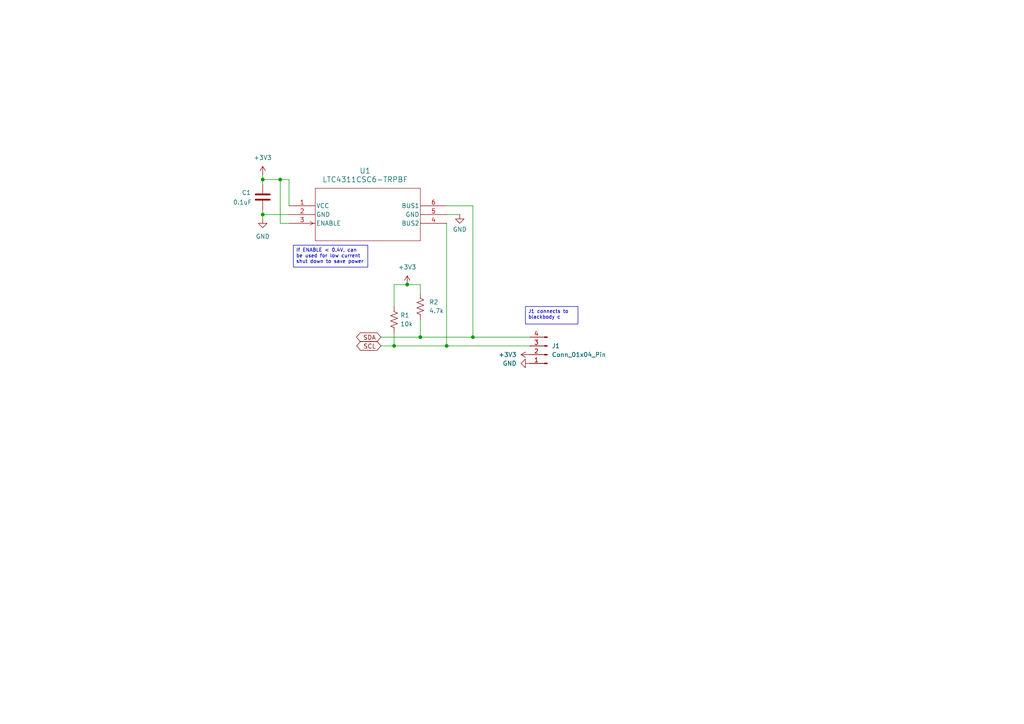
<source format=kicad_sch>
(kicad_sch (version 20231120) (generator "eeschema") (generator_version "8.0")
  (paper "A4")
  (lib_symbols
    (symbol "Connector:Conn_01x04_Pin" (pin_names (offset 1.016) hide)
      (property "Reference" "J" (at 0 5.08 0))
      (property "Value" "Conn_01x04_Pin" (at 0 -7.62 0))
      (symbol "Conn_01x04_Pin_1_1"
        (polyline (pts (xy 1.27 -5.08) (xy 0.8636 -5.08)) (stroke (width 0.1524)))
        (polyline (pts (xy 1.27 -2.54) (xy 0.8636 -2.54)) (stroke (width 0.1524)))
        (polyline (pts (xy 1.27 0) (xy 0.8636 0)) (stroke (width 0.1524)))
        (polyline (pts (xy 1.27 2.54) (xy 0.8636 2.54)) (stroke (width 0.1524)))
        (rectangle (start 0.8636 -4.953) (end 0 -5.207) (stroke (width 0.1524)) (fill (type outline)))
        (rectangle (start 0.8636 -2.413) (end 0 -2.667) (stroke (width 0.1524)) (fill (type outline)))
        (rectangle (start 0.8636 0.127) (end 0 -0.127) (stroke (width 0.1524)) (fill (type outline)))
        (rectangle (start 0.8636 2.667) (end 0 2.413) (stroke (width 0.1524)) (fill (type outline)))
        (pin passive line (at 5.08 2.54 180) (length 3.81) (name "Pin_1") (number "1"))
        (pin passive line (at 5.08 0 180) (length 3.81) (name "Pin_2") (number "2"))
        (pin passive line (at 5.08 -2.54 180) (length 3.81) (name "Pin_3") (number "3"))
        (pin passive line (at 5.08 -5.08 180) (length 3.81) (name "Pin_4") (number "4"))
      )
    )
    (symbol "Device:C" (pin_numbers hide) (pin_names (offset 0.254))
      (property "Reference" "C" (at 0.635 2.54 0))
      (property "Value" "C" (at 0.635 -2.54 0))
      (symbol "C_0_1"
        (polyline (pts (xy -2.032 -0.762) (xy 2.032 -0.762)) (stroke (width 0.508)))
        (polyline (pts (xy -2.032 0.762) (xy 2.032 0.762)) (stroke (width 0.508)))
      )
      (symbol "C_1_1"
        (pin passive line (at 0 3.81 270) (length 2.794) (name "~") (number "1"))
        (pin passive line (at 0 -3.81 90) (length 2.794) (name "~") (number "2"))
      )
    )
    (symbol "Device:R_US" (pin_numbers hide) (pin_names (offset 0))
      (property "Reference" "R" (at 2.54 0 90))
      (property "Value" "R_US" (at -2.54 0 90))
      (symbol "R_US_0_1"
        (polyline (pts (xy 0 -2.286) (xy 0 -2.54)))
        (polyline (pts (xy 0 2.286) (xy 0 2.54)))
        (polyline (pts (xy 0 -0.762) (xy 1.016 -1.143) (xy 0 -1.524) (xy -1.016 -1.905) (xy 0 -2.286)))
        (polyline (pts (xy 0 0.762) (xy 1.016 0.381) (xy 0 0) (xy -1.016 -0.381) (xy 0 -0.762)))
        (polyline (pts (xy 0 2.286) (xy 1.016 1.905) (xy 0 1.524) (xy -1.016 1.143) (xy 0 0.762)))
      )
      (symbol "R_US_1_1"
        (pin passive line (at 0 3.81 270) (length 1.27) (name "~") (number "1"))
        (pin passive line (at 0 -3.81 90) (length 1.27) (name "~") (number "2"))
      )
    )
    (symbol "LTC4311:LTC4311CSC6-TRPBF" (pin_names (offset 0.254))
      (property "Reference" "U" (at 22.86 10.16 0))
      (property "Value" "LTC4311CSC6-TRPBF" (at 22.86 7.62 0))
      (symbol "LTC4311CSC6-TRPBF_0_1"
        (polyline (pts (xy 7.0993 -5.08) (xy 6.0579 -5.6007)) (stroke (width 0.127)))
        (polyline (pts (xy 7.0993 -5.08) (xy 6.0579 -4.5593)) (stroke (width 0.127)))
        (polyline (pts (xy 7.62 -10.16) (xy 38.1 -10.16)) (stroke (width 0.127)))
        (polyline (pts (xy 7.62 5.08) (xy 7.62 -10.16)) (stroke (width 0.127)))
        (polyline (pts (xy 38.1 -10.16) (xy 38.1 5.08)) (stroke (width 0.127)))
        (polyline (pts (xy 38.1 5.08) (xy 7.62 5.08)) (stroke (width 0.127)))
        (pin power_in line (at 0 0 0) (length 7.62) (name "VCC") (number "1"))
        (pin power_in line (at 0 -2.54 0) (length 7.62) (name "GND") (number "2"))
        (pin input line (at 0 -5.08 0) (length 7.62) (name "ENABLE") (number "3"))
        (pin unspecified line (at 45.72 -5.08 180) (length 7.62) (name "BUS2") (number "4"))
        (pin power_in line (at 45.72 -2.54 180) (length 7.62) (name "GND") (number "5"))
        (pin unspecified line (at 45.72 0 180) (length 7.62) (name "BUS1") (number "6"))
      )
    )
    (symbol "power:+3V3" (power) (pin_numbers hide) (pin_names (offset 0) hide)
      (property "Value" "+3V3" (at 0 3.556 0))
      (symbol "+3V3_0_1"
        (polyline (pts (xy -0.762 1.27) (xy 0 2.54)))
        (polyline (pts (xy 0 0) (xy 0 2.54)))
        (polyline (pts (xy 0 2.54) (xy 0.762 1.27)))
      )
      (symbol "+3V3_1_1"
        (pin power_in line (at 0 0 90) (length 0) (name "~") (number "1"))
      )
    )
    (symbol "power:GND" (power) (pin_numbers hide) (pin_names (offset 0) hide)
      (property "Value" "GND" (at 0 -3.81 0))
      (symbol "GND_0_1"
        (polyline (pts (xy 0 0) (xy 0 -1.27) (xy 1.27 -1.27) (xy 0 -2.54) (xy -1.27 -1.27) (xy 0 -1.27)))
      )
      (symbol "GND_1_1"
        (pin power_in line (at 0 0 270) (length 0) (name "~") (number "1"))
      )
    )
  )
  (junction (at 81.28 52.07))
  (junction (at 76.2 62.23))
  (junction (at 121.92 97.79))
  (junction (at 76.2 52.07))
  (junction (at 137.16 97.79))
  (junction (at 129.54 100.33))
  (junction (at 114.3 100.33))
  (junction (at 118.11 82.55))
  (wire (pts (xy 114.3 82.55) (xy 114.3 88.9)))
  (wire (pts (xy 133.35 62.23) (xy 129.54 62.23)))
  (wire (pts (xy 76.2 52.07) (xy 76.2 50.8)))
  (wire (pts (xy 110.49 97.79) (xy 121.92 97.79)))
  (wire (pts (xy 121.92 97.79) (xy 137.16 97.79)))
  (wire (pts (xy 114.3 96.52) (xy 114.3 100.33)))
  (wire (pts (xy 118.11 82.55) (xy 121.92 82.55)))
  (wire (pts (xy 81.28 64.77) (xy 81.28 52.07)))
  (wire (pts (xy 110.49 100.33) (xy 114.3 100.33)))
  (wire (pts (xy 121.92 82.55) (xy 121.92 85.09)))
  (wire (pts (xy 129.54 59.69) (xy 137.16 59.69)))
  (wire (pts (xy 76.2 52.07) (xy 76.2 53.34)))
  (wire (pts (xy 83.82 64.77) (xy 81.28 64.77)))
  (wire (pts (xy 137.16 59.69) (xy 137.16 97.79)))
  (wire (pts (xy 76.2 52.07) (xy 81.28 52.07)))
  (wire (pts (xy 114.3 82.55) (xy 118.11 82.55)))
  (wire (pts (xy 83.82 52.07) (xy 83.82 59.69)))
  (wire (pts (xy 137.16 97.79) (xy 153.67 97.79)))
  (wire (pts (xy 76.2 62.23) (xy 83.82 62.23)))
  (wire (pts (xy 114.3 100.33) (xy 129.54 100.33)))
  (wire (pts (xy 81.28 52.07) (xy 83.82 52.07)))
  (wire (pts (xy 121.92 92.71) (xy 121.92 97.79)))
  (wire (pts (xy 129.54 100.33) (xy 153.67 100.33)))
  (wire (pts (xy 76.2 62.23) (xy 76.2 63.5)))
  (wire (pts (xy 129.54 64.77) (xy 129.54 100.33)))
  (wire (pts (xy 76.2 62.23) (xy 76.2 60.96)))
  (text_box "If ENABLE < 0.4V, can be used for low current shut down to save power" (at 85.09 71.12 0) (size 21.59 6.35) (effects (font (size 1.016 1.016)) (justify left top)))
  (text_box "J1 connects to blackbody c" (at 152.4 88.9 0) (size 15.24 5.08) (effects (font (size 1.016 1.016)) (justify left top)))
  (global_label "SDA" (shape bidirectional) (at 110.49 97.79 180) (property "Intersheetrefs" "${INTERSHEET_REFS}" (effects (hide yes))))
  (global_label "SCL" (shape bidirectional) (at 110.49 100.33 180) (property "Intersheetrefs" "${INTERSHEET_REFS}" (effects (hide yes))))
  (symbol (lib_id "Device:R_US") (at 114.3 92.71 0) (unit 1)
    (property "Reference" "R1" (at 116.078 91.44 0) (effects (justify left)))
    (property "Value" "10k" (at 116.078 93.98 0) (effects (justify left)))
    (property "Description" "Resistor, US symbol" (effects (hide yes)))
  )
  (symbol (lib_id "power:+3V3") (at 76.2 50.8 0) (unit 1)
    (property "Reference" "#PWR02" (effects (hide yes)))
    (property "Value" "+3V3" (at 76.2 45.72 0))
    (property "Description" "Power symbol creates a global label with name \"+3V3\"" (effects (hide yes)))
  )
  (symbol (lib_id "power:GND") (at 133.35 62.23 0) (unit 1)
    (property "Reference" "#PWR01" (effects (hide yes)))
    (property "Value" "GND" (at 133.35 66.548 0))
    (property "Description" "Power symbol creates a global label with name \"GND\" , ground" (effects (hide yes)))
  )
  (symbol (lib_id "power:+3V3") (at 118.11 82.55 0) (unit 1)
    (property "Reference" "#PWR04" (effects (hide yes)))
    (property "Value" "+3V3" (at 118.11 77.47 0))
    (property "Description" "Power symbol creates a global label with name \"+3V3\"" (effects (hide yes)))
  )
  (symbol (lib_id "Connector:Conn_01x04_Pin") (at 158.75 102.87 180) (unit 1)
    (property "Reference" "J1" (at 160.02 100.3299 0) (effects (justify right)))
    (property "Value" "Conn_01x04_Pin" (at 160.02 102.8699 0) (effects (justify right)))
    (property "Description" "Generic connector, single row, 01x04, script generated" (effects (hide yes)))
  )
  (symbol (lib_id "power:GND") (at 153.67 105.41 270) (unit 1)
    (property "Reference" "#PWR06" (effects (hide yes)))
    (property "Value" "GND" (at 149.86 105.4099 90) (effects (justify right)))
    (property "Description" "Power symbol creates a global label with name \"GND\" , ground" (effects (hide yes)))
  )
  (symbol (lib_id "LTC4311:LTC4311CSC6-TRPBF") (at 83.82 59.69 0) (unit 1)
    (property "Reference" "U1" (at 105.8989 49.53 0) (effects (font (size 1.524 1.524))))
    (property "Value" "LTC4311CSC6-TRPBF" (at 105.8989 52.07 0) (effects (font (size 1.524 1.524))))
    (property "Footprint" "SOT-6_SC_LIT" (effects (hide yes)))
    (property "Datasheet" "LTC4311CSC6-TRPBF" (effects (hide yes)))
  )
  (symbol (lib_id "power:GND") (at 76.2 63.5 0) (unit 1)
    (property "Reference" "#PWR03" (effects (hide yes)))
    (property "Value" "GND" (at 76.2 68.58 0))
    (property "Description" "Power symbol creates a global label with name \"GND\" , ground" (effects (hide yes)))
  )
  (symbol (lib_id "Device:R_US") (at 121.92 88.9 0) (unit 1)
    (property "Reference" "R2" (at 124.46 87.6299 0) (effects (justify left)))
    (property "Value" "4.7k" (at 124.46 90.1699 0) (effects (justify left)))
    (property "Description" "Resistor, US symbol" (effects (hide yes)))
  )
  (symbol (lib_id "power:+3V3") (at 153.67 102.87 90) (unit 1)
    (property "Reference" "#PWR05" (effects (hide yes)))
    (property "Value" "+3V3" (at 149.86 102.8699 90) (effects (justify left)))
    (property "Description" "Power symbol creates a global label with name \"+3V3\"" (effects (hide yes)))
  )
  (symbol (lib_id "Device:C") (at 76.2 57.15 180) (unit 1)
    (property "Reference" "C1" (at 70.104 55.88 0) (effects (justify right)))
    (property "Value" "0.1uF" (at 67.564 58.674 0) (effects (justify right)))
    (property "Description" "Unpolarized capacitor" (effects (hide yes)))
  )
)
</source>
